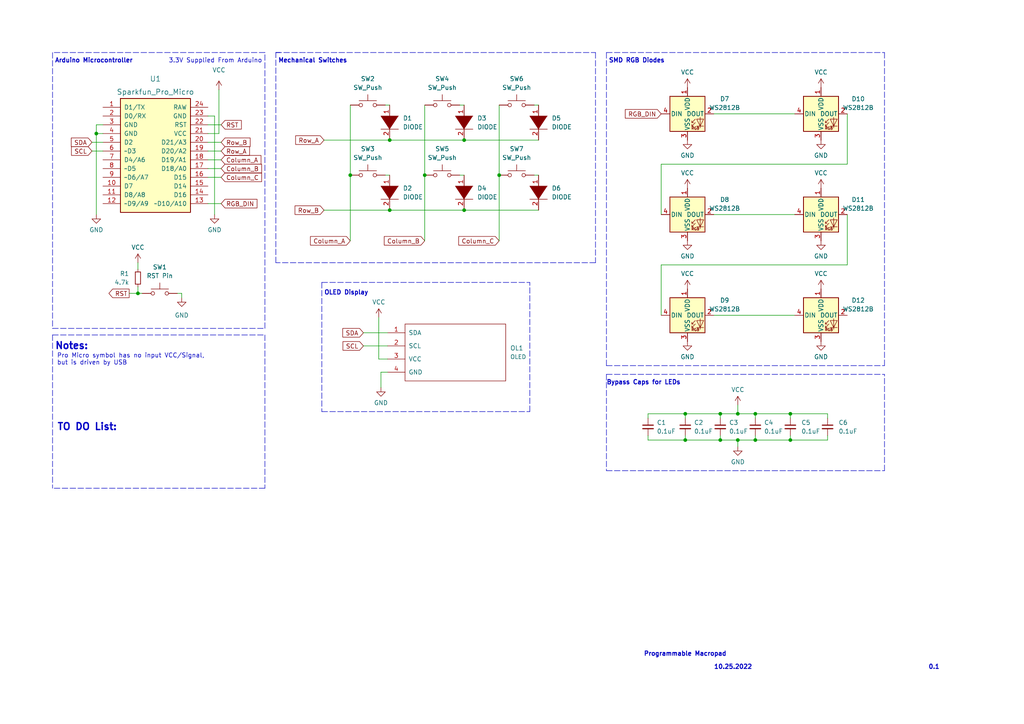
<source format=kicad_sch>
(kicad_sch (version 20211123) (generator eeschema)
  (paper "A4")
  (lib_symbols
    (symbol "Arduino:Sparkfun_Pro_Micro" (pin_names (offset 1.016))
      (property "Reference" "U" (at -8.89 21.59 0))
      (property "Value" "Sparkfun_Pro_Micro" (at 0 19.05 0))
      (symbol "Sparkfun_Pro_Micro_0_1"
        (rectangle (start -10.16 17.78) (end 10.16 -15.24) (stroke (width 0.254)) (fill (type background)))
      )
      (symbol "Sparkfun_Pro_Micro_1_1"
        (pin bidirectional line (at -15.24 15.24 0) (length 5.08) (name "D1/TX") (number "1"))
        (pin bidirectional line (at -15.24 -7.62 0) (length 5.08) (name "D7") (number "10"))
        (pin bidirectional line (at -15.24 -10.16 0) (length 5.08) (name "D8/A8") (number "11"))
        (pin bidirectional line (at -15.24 -12.7 0) (length 5.08) (name "~D9/A9") (number "12"))
        (pin bidirectional line (at 15.24 -12.7 180) (length 5.08) (name "~D10/A10") (number "13"))
        (pin bidirectional line (at 15.24 -10.16 180) (length 5.08) (name "D16") (number "14"))
        (pin bidirectional line (at 15.24 -7.62 180) (length 5.08) (name "D14") (number "15"))
        (pin bidirectional line (at 15.24 -5.08 180) (length 5.08) (name "D15") (number "16"))
        (pin bidirectional line (at 15.24 -2.54 180) (length 5.08) (name "D18/A0") (number "17"))
        (pin bidirectional line (at 15.24 0 180) (length 5.08) (name "D19/A1") (number "18"))
        (pin bidirectional line (at 15.24 2.54 180) (length 5.08) (name "D20/A2") (number "19"))
        (pin bidirectional line (at -15.24 12.7 0) (length 5.08) (name "D0/RX") (number "2"))
        (pin bidirectional line (at 15.24 5.08 180) (length 5.08) (name "D21/A3") (number "20"))
        (pin power_in line (at 15.24 7.62 180) (length 5.08) (name "VCC") (number "21"))
        (pin input line (at 15.24 10.16 180) (length 5.08) (name "RST") (number "22"))
        (pin power_in line (at 15.24 12.7 180) (length 5.08) (name "GND") (number "23"))
        (pin power_in line (at 15.24 15.24 180) (length 5.08) (name "RAW") (number "24"))
        (pin power_in line (at -15.24 10.16 0) (length 5.08) (name "GND") (number "3"))
        (pin power_in line (at -15.24 7.62 0) (length 5.08) (name "GND") (number "4"))
        (pin bidirectional line (at -15.24 5.08 0) (length 5.08) (name "D2") (number "5"))
        (pin bidirectional line (at -15.24 2.54 0) (length 5.08) (name "~D3") (number "6"))
        (pin bidirectional line (at -15.24 0 0) (length 5.08) (name "D4/A6") (number "7"))
        (pin bidirectional line (at -15.24 -2.54 0) (length 5.08) (name "~D5") (number "8"))
        (pin bidirectional line (at -15.24 -5.08 0) (length 5.08) (name "~D6/A7") (number "9"))
      )
    )
    (symbol "Device:C_Small" (pin_numbers hide) (pin_names (offset 0.254) hide)
      (property "Reference" "C" (at 0.254 1.778 0))
      (property "Value" "C_Small" (at 0.254 -2.032 0))
      (symbol "C_Small_0_1"
        (polyline (pts (xy -1.524 -0.508) (xy 1.524 -0.508)) (stroke (width 0.3302)))
        (polyline (pts (xy -1.524 0.508) (xy 1.524 0.508)) (stroke (width 0.3048)))
      )
      (symbol "C_Small_1_1"
        (pin passive line (at 0 2.54 270) (length 2.032) (name "~") (number "1"))
        (pin passive line (at 0 -2.54 90) (length 2.032) (name "~") (number "2"))
      )
    )
    (symbol "Device:R_Small" (pin_numbers hide) (pin_names (offset 0.254) hide)
      (property "Reference" "R" (at 0.762 0.508 0))
      (property "Value" "R_Small" (at 0.762 -1.016 0))
      (symbol "R_Small_0_1"
        (rectangle (start -0.762 1.778) (end 0.762 -1.778) (stroke (width 0.2032)))
      )
      (symbol "R_Small_1_1"
        (pin passive line (at 0 2.54 270) (length 0.762) (name "~") (number "1"))
        (pin passive line (at 0 -2.54 90) (length 0.762) (name "~") (number "2"))
      )
    )
    (symbol "LED:WS2812B" (pin_names (offset 0.254))
      (property "Reference" "D" (at 5.08 5.715 0))
      (property "Value" "WS2812B" (at 1.27 -5.715 0))
      (symbol "WS2812B_0_0"
        (text "RGB" (at 2.286 -4.191 0) (effects (font (size 0.762 0.762))))
      )
      (symbol "WS2812B_0_1"
        (polyline (pts (xy 1.27 -3.556) (xy 1.778 -3.556)))
        (polyline (pts (xy 1.27 -2.54) (xy 1.778 -2.54)))
        (polyline (pts (xy 4.699 -3.556) (xy 2.667 -3.556)))
        (polyline (pts (xy 2.286 -2.54) (xy 1.27 -3.556) (xy 1.27 -3.048)))
        (polyline (pts (xy 2.286 -1.524) (xy 1.27 -2.54) (xy 1.27 -2.032)))
        (polyline (pts (xy 3.683 -1.016) (xy 3.683 -3.556) (xy 3.683 -4.064)))
        (polyline (pts (xy 4.699 -1.524) (xy 2.667 -1.524) (xy 3.683 -3.556) (xy 4.699 -1.524)))
        (rectangle (start 5.08 5.08) (end -5.08 -5.08) (stroke (width 0.254)) (fill (type background)))
      )
      (symbol "WS2812B_1_1"
        (pin power_in line (at 0 7.62 270) (length 2.54) (name "VDD") (number "1"))
        (pin output line (at 7.62 0 180) (length 2.54) (name "DOUT") (number "2"))
        (pin power_in line (at 0 -7.62 90) (length 2.54) (name "VSS") (number "3"))
        (pin input line (at -7.62 0 0) (length 2.54) (name "DIN") (number "4"))
      )
    )
    (symbol "SSD1306 OLED:OLED" (pin_names (offset 1.016))
      (property "Reference" "OL" (at 0 2.54 0))
      (property "Value" "OLED" (at 0 -1.27 0))
      (symbol "OLED_0_1"
        (rectangle (start -13.97 8.89) (end 15.24 -7.62))
      )
      (symbol "OLED_1_1"
        (pin bidirectional line (at -19.05 6.35 0) (length 5.08) (name "SDA") (number "1"))
        (pin bidirectional line (at -19.05 2.54 0) (length 5.08) (name "SCL") (number "2"))
        (pin power_in line (at -19.05 -1.27 0) (length 5.08) (name "VCC") (number "3"))
        (pin power_in line (at -19.05 -5.08 0) (length 5.08) (name "GND") (number "4"))
      )
    )
    (symbol "Switch:SW_Push" (pin_numbers hide) (pin_names (offset 1.016) hide)
      (property "Reference" "SW" (at 1.27 2.54 0))
      (property "Value" "SW_Push" (at 0 -1.524 0))
      (symbol "SW_Push_0_1"
        (circle (center -2.032 0) (radius 0.508))
        (polyline (pts (xy 0 1.27) (xy 0 3.048)))
        (polyline (pts (xy 2.54 1.27) (xy -2.54 1.27)))
        (circle (center 2.032 0) (radius 0.508))
        (pin passive line (at -5.08 0 0) (length 2.54) (name "1") (number "1"))
        (pin passive line (at 5.08 0 180) (length 2.54) (name "2") (number "2"))
      )
    )
    (symbol "power:GND" (power) (pin_names (offset 0))
      (property "Value" "GND" (at 0 -3.81 0))
      (symbol "GND_0_1"
        (polyline (pts (xy 0 0) (xy 0 -1.27) (xy 1.27 -1.27) (xy 0 -2.54) (xy -1.27 -1.27) (xy 0 -1.27)))
      )
      (symbol "GND_1_1"
        (pin power_in line (at 0 0 270) (length 0) hide (name "GND") (number "1"))
      )
    )
    (symbol "power:VCC" (power) (pin_names (offset 0))
      (property "Value" "VCC" (at 0 3.81 0))
      (symbol "VCC_0_1"
        (polyline (pts (xy -0.762 1.27) (xy 0 2.54)))
        (polyline (pts (xy 0 0) (xy 0 2.54)))
        (polyline (pts (xy 0 2.54) (xy 0.762 1.27)))
      )
      (symbol "VCC_1_1"
        (pin power_in line (at 0 0 90) (length 0) hide (name "VCC") (number "1"))
      )
    )
    (symbol "pspice:DIODE" (pin_names (offset 1.016) hide)
      (property "Reference" "D" (at 0 3.81 0))
      (property "Value" "DIODE" (at 0 -4.445 0))
      (symbol "DIODE_0_1"
        (polyline (pts (xy 1.905 2.54) (xy 1.905 -2.54)))
        (polyline (pts (xy -1.905 2.54) (xy -1.905 -2.54) (xy 1.905 0)) (fill (type outline)))
      )
      (symbol "DIODE_1_1"
        (pin input line (at -5.08 0 0) (length 3.81) (name "K") (number "1"))
        (pin input line (at 5.08 0 180) (length 3.81) (name "A") (number "2"))
      )
    )
  )
  (junction (at 213.995 127.635))
  (junction (at 101.6 50.8))
  (junction (at 134.62 40.64))
  (junction (at 198.755 120.015))
  (junction (at 198.755 127.635))
  (junction (at 134.62 60.96))
  (junction (at 219.075 127.635))
  (junction (at 113.03 60.96))
  (junction (at 144.78 50.8))
  (junction (at 229.235 127.635))
  (junction (at 219.075 120.015))
  (junction (at 27.94 38.735))
  (junction (at 213.995 120.015))
  (junction (at 113.03 40.64))
  (junction (at 123.19 50.8))
  (junction (at 208.915 120.015))
  (junction (at 40.005 85.09))
  (junction (at 208.915 127.635))
  (junction (at 229.235 120.015))
  (wire (pts (xy 240.03 120.015) (xy 240.03 121.285)))
  (wire (pts (xy 133.35 50.8) (xy 134.62 50.8)))
  (polyline (pts (xy 76.835 97.155) (xy 76.835 141.605)))
  (wire (pts (xy 113.03 60.96) (xy 134.62 60.96)))
  (wire (pts (xy 60.325 33.655) (xy 62.23 33.655)))
  (wire (pts (xy 207.01 62.23) (xy 230.505 62.23)))
  (polyline (pts (xy 76.835 141.605) (xy 15.24 141.605)))
  (polyline (pts (xy 172.72 76.2) (xy 80.01 76.2)))
  (wire (pts (xy 229.235 127.635) (xy 240.03 127.635)))
  (wire (pts (xy 93.98 40.64) (xy 113.03 40.64)))
  (wire (pts (xy 101.6 50.8) (xy 101.6 69.85)))
  (wire (pts (xy 191.77 76.835) (xy 191.77 91.44)))
  (wire (pts (xy 111.76 50.8) (xy 113.03 50.8)))
  (wire (pts (xy 29.845 36.195) (xy 27.94 36.195)))
  (wire (pts (xy 213.995 127.635) (xy 219.075 127.635)))
  (wire (pts (xy 60.325 46.355) (xy 64.135 46.355)))
  (wire (pts (xy 219.075 120.015) (xy 229.235 120.015)))
  (wire (pts (xy 187.96 120.015) (xy 198.755 120.015)))
  (wire (pts (xy 60.325 48.895) (xy 64.135 48.895)))
  (polyline (pts (xy 256.54 136.525) (xy 256.54 108.585)))
  (wire (pts (xy 208.915 120.015) (xy 213.995 120.015)))
  (wire (pts (xy 105.41 96.52) (xy 112.395 96.52)))
  (wire (pts (xy 105.41 100.33) (xy 112.395 100.33)))
  (wire (pts (xy 245.745 76.835) (xy 191.77 76.835)))
  (wire (pts (xy 144.78 50.8) (xy 144.78 69.85)))
  (wire (pts (xy 198.755 120.015) (xy 198.755 121.285)))
  (polyline (pts (xy 172.72 15.24) (xy 172.72 76.2)))
  (wire (pts (xy 62.23 33.655) (xy 62.23 62.23)))
  (polyline (pts (xy 80.01 15.24) (xy 172.72 15.24)))
  (polyline (pts (xy 93.345 81.915) (xy 153.67 81.915)))
  (wire (pts (xy 63.5 26.035) (xy 63.5 38.735)))
  (wire (pts (xy 123.19 30.48) (xy 123.19 50.8)))
  (wire (pts (xy 40.005 76.2) (xy 40.005 78.105)))
  (wire (pts (xy 213.995 127.635) (xy 213.995 129.54)))
  (wire (pts (xy 187.96 126.365) (xy 187.96 127.635)))
  (wire (pts (xy 113.03 40.64) (xy 134.62 40.64)))
  (polyline (pts (xy 175.895 15.24) (xy 256.54 15.24)))
  (wire (pts (xy 123.19 50.8) (xy 123.19 69.85)))
  (wire (pts (xy 245.745 33.02) (xy 245.745 47.625)))
  (wire (pts (xy 27.94 38.735) (xy 27.94 62.23)))
  (wire (pts (xy 240.03 127.635) (xy 240.03 126.365)))
  (wire (pts (xy 51.435 85.09) (xy 52.705 85.09)))
  (wire (pts (xy 198.755 126.365) (xy 198.755 127.635)))
  (wire (pts (xy 60.325 41.275) (xy 64.135 41.275)))
  (polyline (pts (xy 15.24 15.24) (xy 15.24 95.25)))
  (wire (pts (xy 109.855 92.075) (xy 109.855 104.14)))
  (wire (pts (xy 134.62 40.64) (xy 156.21 40.64)))
  (polyline (pts (xy 175.895 136.525) (xy 256.54 136.525)))
  (wire (pts (xy 134.62 60.96) (xy 156.21 60.96)))
  (wire (pts (xy 187.96 121.285) (xy 187.96 120.015)))
  (wire (pts (xy 207.01 91.44) (xy 230.505 91.44)))
  (wire (pts (xy 245.745 62.23) (xy 245.745 76.835)))
  (wire (pts (xy 111.76 30.48) (xy 113.03 30.48)))
  (wire (pts (xy 101.6 30.48) (xy 101.6 50.8)))
  (wire (pts (xy 229.235 120.015) (xy 240.03 120.015)))
  (wire (pts (xy 219.075 127.635) (xy 229.235 127.635)))
  (polyline (pts (xy 175.895 108.585) (xy 175.895 136.525)))
  (wire (pts (xy 208.915 126.365) (xy 208.915 127.635)))
  (wire (pts (xy 191.77 47.625) (xy 191.77 62.23)))
  (wire (pts (xy 37.465 85.09) (xy 40.005 85.09)))
  (wire (pts (xy 112.395 107.95) (xy 110.49 107.95)))
  (wire (pts (xy 198.755 127.635) (xy 208.915 127.635)))
  (wire (pts (xy 60.325 38.735) (xy 63.5 38.735)))
  (wire (pts (xy 93.98 60.96) (xy 113.03 60.96)))
  (wire (pts (xy 144.78 30.48) (xy 144.78 50.8)))
  (polyline (pts (xy 153.67 119.38) (xy 153.67 81.915)))
  (polyline (pts (xy 93.345 119.38) (xy 153.67 119.38)))
  (wire (pts (xy 187.96 127.635) (xy 198.755 127.635)))
  (polyline (pts (xy 15.24 97.155) (xy 15.24 141.605)))
  (wire (pts (xy 213.995 117.475) (xy 213.995 120.015)))
  (wire (pts (xy 60.325 43.815) (xy 64.135 43.815)))
  (polyline (pts (xy 93.345 81.915) (xy 93.345 119.38)))
  (wire (pts (xy 26.67 41.275) (xy 29.845 41.275)))
  (wire (pts (xy 219.075 126.365) (xy 219.075 127.635)))
  (polyline (pts (xy 256.54 106.045) (xy 256.54 15.24)))
  (wire (pts (xy 208.915 120.015) (xy 208.915 121.285)))
  (wire (pts (xy 245.745 47.625) (xy 191.77 47.625)))
  (polyline (pts (xy 80.01 76.2) (xy 80.01 15.24)))
  (polyline (pts (xy 175.895 108.585) (xy 256.54 108.585)))
  (wire (pts (xy 198.755 120.015) (xy 208.915 120.015)))
  (polyline (pts (xy 15.24 97.155) (xy 76.835 97.155)))
  (wire (pts (xy 219.075 120.015) (xy 219.075 121.285)))
  (wire (pts (xy 64.135 59.055) (xy 60.325 59.055)))
  (wire (pts (xy 154.94 50.8) (xy 156.21 50.8)))
  (wire (pts (xy 40.005 85.09) (xy 41.275 85.09)))
  (polyline (pts (xy 175.895 106.045) (xy 256.54 106.045)))
  (wire (pts (xy 154.94 30.48) (xy 156.21 30.48)))
  (wire (pts (xy 213.995 120.015) (xy 219.075 120.015)))
  (wire (pts (xy 60.325 36.195) (xy 64.135 36.195)))
  (wire (pts (xy 208.915 127.635) (xy 213.995 127.635)))
  (wire (pts (xy 27.94 38.735) (xy 29.845 38.735)))
  (wire (pts (xy 207.01 33.02) (xy 230.505 33.02)))
  (wire (pts (xy 40.005 83.185) (xy 40.005 85.09)))
  (wire (pts (xy 60.325 51.435) (xy 64.135 51.435)))
  (wire (pts (xy 229.235 126.365) (xy 229.235 127.635)))
  (wire (pts (xy 26.67 43.815) (xy 29.845 43.815)))
  (wire (pts (xy 133.35 30.48) (xy 134.62 30.48)))
  (polyline (pts (xy 76.835 95.25) (xy 76.835 15.24)))
  (polyline (pts (xy 175.895 15.24) (xy 175.895 106.045)))
  (wire (pts (xy 110.49 107.95) (xy 110.49 112.395)))
  (wire (pts (xy 27.94 36.195) (xy 27.94 38.735)))
  (polyline (pts (xy 80.01 15.24) (xy 81.28 15.24)))
  (wire (pts (xy 52.705 85.09) (xy 52.705 86.36)))
  (wire (pts (xy 229.235 120.015) (xy 229.235 121.285)))
  (polyline (pts (xy 76.835 15.24) (xy 15.24 15.24)))
  (wire (pts (xy 112.395 104.14) (xy 109.855 104.14)))
  (polyline (pts (xy 15.24 95.25) (xy 76.835 95.25)))
  (text "0.1\n" (at 269.24 194.31 0) (effects (font (size 1.27 1.27) bold) (justify left bottom)))
  (text "Mechanical Switches\n" (at 80.645 18.415 0) (effects (font (size 1.27 1.27) bold) (justify left bottom)))
  (text "OLED Display\n" (at 93.98 85.725 0) (effects (font (size 1.27 1.27) (thickness 0.254) bold) (justify left bottom)))
  (text "3.3V Supplied From Arduino" (at 48.895 18.415 0) (effects (font (size 1.27 1.27)) (justify left bottom)))
  (text "10.25.2022\n" (at 207.01 194.31 0) (effects (font (size 1.27 1.27) bold) (justify left bottom)))
  (text "Arduino Microcontroller\n" (at 15.875 18.415 0) (effects (font (size 1.27 1.27) bold) (justify left bottom)))
  (text "Bypass Caps for LEDs" (at 175.895 111.76 0) (effects (font (size 1.27 1.27) (thickness 0.254) bold) (justify left bottom)))
  (text "Notes:" (at 15.875 101.6 0) (effects (font (size 2 2) bold) (justify left bottom)))
  (text "TO DO List:\n" (at 16.51 125.095 0) (effects (font (size 2 2) bold) (justify left bottom)))
  (text "Programmable Macropad\n" (at 186.69 190.5 0) (effects (font (size 1.27 1.27) bold) (justify left bottom)))
  (text "Pro Micro symbol has no input VCC/Signal, \nbut is driven by USB\n" (at 16.51 106.045 0) (effects (font (size 1.27 1.27)) (justify left bottom)))
  (text "SMD RGB Diodes\n" (at 176.53 18.415 0) (effects (font (size 1.27 1.27) bold) (justify left bottom)))
  (global_label "RGB_DIN" (shape input) (at 64.135 59.055 0) (property "Intersheet References" "${INTERSHEET_REFS}" (effects hide)))
  (global_label "Column_C" (shape input) (at 64.135 51.435 0) (property "Intersheet References" "${INTERSHEET_REFS}" (effects hide)))
  (global_label "Column_B" (shape input) (at 64.135 48.895 0) (property "Intersheet References" "${INTERSHEET_REFS}" (effects hide)))
  (global_label "RGB_DIN" (shape input) (at 191.77 33.02 180) (property "Intersheet References" "${INTERSHEET_REFS}" (effects hide)))
  (global_label "Column_A" (shape input) (at 101.6 69.85 180) (property "Intersheet References" "${INTERSHEET_REFS}" (effects hide)))
  (global_label "SDA" (shape input) (at 105.41 96.52 180) (property "Intersheet References" "${INTERSHEET_REFS}" (effects hide)))
  (global_label "SCL" (shape input) (at 26.67 43.815 180) (property "Intersheet References" "${INTERSHEET_REFS}" (effects hide)))
  (global_label "SDA" (shape input) (at 26.67 41.275 180) (property "Intersheet References" "${INTERSHEET_REFS}" (effects hide)))
  (global_label "Column_C" (shape input) (at 144.78 69.85 180) (property "Intersheet References" "${INTERSHEET_REFS}" (effects hide)))
  (global_label "Row_A" (shape input) (at 93.98 40.64 180) (property "Intersheet References" "${INTERSHEET_REFS}" (effects hide)))
  (global_label "Row_A" (shape input) (at 64.135 43.815 0) (property "Intersheet References" "${INTERSHEET_REFS}" (effects hide)))
  (global_label "SCL" (shape input) (at 105.41 100.33 180) (property "Intersheet References" "${INTERSHEET_REFS}" (effects hide)))
  (global_label "Row_B" (shape input) (at 64.135 41.275 0) (property "Intersheet References" "${INTERSHEET_REFS}" (effects hide)))
  (global_label "Column_B" (shape input) (at 123.19 69.85 180) (property "Intersheet References" "${INTERSHEET_REFS}" (effects hide)))
  (global_label "RST" (shape input) (at 64.135 36.195 0) (property "Intersheet References" "${INTERSHEET_REFS}" (effects hide)))
  (global_label "Row_B" (shape input) (at 93.98 60.96 180) (property "Intersheet References" "${INTERSHEET_REFS}" (effects hide)))
  (global_label "RST" (shape output) (at 37.465 85.09 180) (property "Intersheet References" "${INTERSHEET_REFS}" (effects hide)))
  (global_label "Column_A" (shape input) (at 64.135 46.355 0) (property "Intersheet References" "${INTERSHEET_REFS}" (effects hide)))
  (symbol (lib_id "pspice:DIODE") (at 134.62 35.56 270) (unit 1)
    (property "Reference" "D3" (at 138.43 34.2899 90) (effects (justify left)))
    (property "Value" "DIODE" (at 138.43 36.8299 90) (effects (justify left)))
    (property "Footprint" "Diode_SMD:D_SOD-123" (effects hide))
  )
  (symbol (lib_id "power:VCC") (at 109.855 92.075 0) (unit 1)
    (property "Reference" "#PWR06" (effects hide))
    (property "Value" "VCC" (at 109.855 87.63 0))
  )
  (symbol (lib_id "pspice:DIODE") (at 113.03 55.88 270) (unit 1)
    (property "Reference" "D2" (at 116.84 54.6099 90) (effects (justify left)))
    (property "Value" "DIODE" (at 116.84 57.1499 90) (effects (justify left)))
    (property "Footprint" "Diode_SMD:D_SOD-123" (effects hide))
  )
  (symbol (lib_id "power:VCC") (at 199.39 25.4 0) (unit 1)
    (property "Reference" "#PWR08" (effects hide))
    (property "Value" "VCC" (at 199.39 20.955 0))
  )
  (symbol (lib_id "LED:WS2812B") (at 199.39 91.44 0) (unit 1)
    (property "Reference" "D9" (at 210.185 87.1093 0))
    (property "Value" "WS2812B" (at 210.185 89.6493 0))
    (property "Footprint" "LED_SMD:LED_WS2812B_PLCC4_5.0x5.0mm_P3.2mm" (effects hide))
    (property "Datasheet" "https://cdn-shop.adafruit.com/datasheets/WS2812B.pdf" (effects hide))
  )
  (symbol (lib_id "power:GND") (at 213.995 129.54 0) (unit 1)
    (property "Reference" "#PWR015" (effects hide))
    (property "Value" "GND" (at 213.995 133.985 0))
  )
  (symbol (lib_id "Device:R_Small") (at 40.005 80.645 0) (mirror x) (unit 1)
    (property "Reference" "R1" (at 37.465 79.3749 0) (effects (justify right)))
    (property "Value" "4.7k" (at 37.465 81.9149 0) (effects (justify right)))
    (property "Footprint" "Resistor_SMD:R_0201_0603Metric" (effects hide))
  )
  (symbol (lib_id "pspice:DIODE") (at 156.21 35.56 270) (unit 1)
    (property "Reference" "D5" (at 160.02 34.2899 90) (effects (justify left)))
    (property "Value" "DIODE" (at 160.02 36.8299 90) (effects (justify left)))
    (property "Footprint" "Diode_SMD:D_SOD-123" (effects hide))
  )
  (symbol (lib_id "SSD1306 OLED:OLED") (at 131.445 102.87 0) (unit 1)
    (property "Reference" "OL1" (at 147.955 100.965 0) (effects (font (size 1.2954 1.2954)) (justify left)))
    (property "Value" "OLED" (at 147.955 103.505 0) (effects (font (size 1.1938 1.1938)) (justify left)))
    (property "Footprint" "KBD Keyboard stuff:OLED_v2" (effects hide))
  )
  (symbol (lib_id "power:GND") (at 199.39 69.85 0) (unit 1)
    (property "Reference" "#PWR011" (effects hide))
    (property "Value" "GND" (at 199.39 74.295 0))
  )
  (symbol (lib_id "pspice:DIODE") (at 134.62 55.88 270) (unit 1)
    (property "Reference" "D4" (at 138.43 54.6099 90) (effects (justify left)))
    (property "Value" "DIODE" (at 138.43 57.1499 90) (effects (justify left)))
    (property "Footprint" "Diode_SMD:D_SOD-123" (effects hide))
  )
  (symbol (lib_id "power:GND") (at 238.125 40.64 0) (unit 1)
    (property "Reference" "#PWR017" (effects hide))
    (property "Value" "GND" (at 238.125 45.085 0))
  )
  (symbol (lib_id "power:VCC") (at 238.125 25.4 0) (unit 1)
    (property "Reference" "#PWR016" (effects hide))
    (property "Value" "VCC" (at 238.125 20.955 0))
  )
  (symbol (lib_id "LED:WS2812B") (at 238.125 62.23 0) (unit 1)
    (property "Reference" "D11" (at 248.92 57.8993 0))
    (property "Value" "WS2812B" (at 248.92 60.4393 0))
    (property "Footprint" "LED_SMD:LED_WS2812B_PLCC4_5.0x5.0mm_P3.2mm" (effects hide))
    (property "Datasheet" "https://cdn-shop.adafruit.com/datasheets/WS2812B.pdf" (effects hide))
  )
  (symbol (lib_id "LED:WS2812B") (at 199.39 62.23 0) (unit 1)
    (property "Reference" "D8" (at 210.185 57.8993 0))
    (property "Value" "WS2812B" (at 210.185 60.4393 0))
    (property "Footprint" "LED_SMD:LED_WS2812B_PLCC4_5.0x5.0mm_P3.2mm" (effects hide))
    (property "Datasheet" "https://cdn-shop.adafruit.com/datasheets/WS2812B.pdf" (effects hide))
  )
  (symbol (lib_id "Switch:SW_Push") (at 46.355 85.09 0) (unit 1)
    (property "Reference" "SW1" (at 46.355 77.47 0))
    (property "Value" "RST Pin" (at 46.355 80.01 0))
    (property "Footprint" "Button_Switch_SMD:SW_Push_1P1T_NO_6x6mm_H9.5mm" (effects hide))
  )
  (symbol (lib_id "power:GND") (at 62.23 62.23 0) (unit 1)
    (property "Reference" "#PWR04" (effects hide))
    (property "Value" "GND" (at 62.23 66.675 0))
  )
  (symbol (lib_id "Switch:SW_Push") (at 106.68 50.8 0) (unit 1)
    (property "Reference" "SW3" (at 106.68 43.18 0))
    (property "Value" "SW_Push" (at 106.68 45.72 0))
    (property "Footprint" "Mechanical switches:MXOnly-1U-NoLED" (effects hide))
  )
  (symbol (lib_id "power:VCC") (at 63.5 26.035 0) (unit 1)
    (property "Reference" "#PWR05" (effects hide))
    (property "Value" "VCC" (at 63.5 20.32 0))
  )
  (symbol (lib_id "pspice:DIODE") (at 156.21 55.88 270) (unit 1)
    (property "Reference" "D6" (at 160.02 54.6099 90) (effects (justify left)))
    (property "Value" "DIODE" (at 160.02 57.1499 90) (effects (justify left)))
    (property "Footprint" "Diode_SMD:D_SOD-123" (effects hide))
  )
  (symbol (lib_id "Device:C_Small") (at 240.03 123.825 0) (unit 1)
    (property "Reference" "C6" (at 243.205 122.5612 0) (effects (justify left)))
    (property "Value" "0.1uF" (at 243.205 125.1012 0) (effects (justify left)))
    (property "Footprint" "Capacitor_SMD:C_0805_2012Metric" (effects hide))
  )
  (symbol (lib_id "LED:WS2812B") (at 199.39 33.02 0) (unit 1)
    (property "Reference" "D7" (at 210.185 28.6893 0))
    (property "Value" "WS2812B" (at 210.185 31.2293 0))
    (property "Footprint" "LED_SMD:LED_WS2812B_PLCC4_5.0x5.0mm_P3.2mm" (effects hide))
    (property "Datasheet" "https://cdn-shop.adafruit.com/datasheets/WS2812B.pdf" (effects hide))
  )
  (symbol (lib_id "power:GND") (at 52.705 86.36 0) (unit 1)
    (property "Reference" "#PWR03" (effects hide))
    (property "Value" "GND" (at 52.705 91.44 0))
  )
  (symbol (lib_id "Arduino:Sparkfun_Pro_Micro") (at 45.085 46.355 0) (unit 1)
    (property "Reference" "U1" (at 45.085 22.86 0) (effects (font (size 1.524 1.524))))
    (property "Value" "Sparkfun_Pro_Micro" (at 45.085 26.67 0) (effects (font (size 1.524 1.524))))
    (property "Footprint" "KBD Keyboard stuff:ProMicro_v3" (effects hide))
    (property "Datasheet" "https://www.sparkfun.com/products/12640" (effects hide))
  )
  (symbol (lib_id "LED:WS2812B") (at 238.125 33.02 0) (unit 1)
    (property "Reference" "D10" (at 248.92 28.6893 0))
    (property "Value" "WS2812B" (at 248.92 31.2293 0))
    (property "Footprint" "LED_SMD:LED_WS2812B_PLCC4_5.0x5.0mm_P3.2mm" (effects hide))
    (property "Datasheet" "https://cdn-shop.adafruit.com/datasheets/WS2812B.pdf" (effects hide))
  )
  (symbol (lib_id "Switch:SW_Push") (at 128.27 50.8 0) (unit 1)
    (property "Reference" "SW5" (at 128.27 43.18 0))
    (property "Value" "SW_Push" (at 128.27 45.72 0))
    (property "Footprint" "Mechanical switches:MXOnly-1U-NoLED" (effects hide))
  )
  (symbol (lib_id "power:GND") (at 110.49 112.395 0) (unit 1)
    (property "Reference" "#PWR07" (effects hide))
    (property "Value" "GND" (at 110.49 116.84 0))
  )
  (symbol (lib_id "power:GND") (at 238.125 69.85 0) (unit 1)
    (property "Reference" "#PWR019" (effects hide))
    (property "Value" "GND" (at 238.125 74.295 0))
  )
  (symbol (lib_id "power:GND") (at 199.39 40.64 0) (unit 1)
    (property "Reference" "#PWR09" (effects hide))
    (property "Value" "GND" (at 199.39 45.085 0))
  )
  (symbol (lib_id "Device:C_Small") (at 219.075 123.825 0) (unit 1)
    (property "Reference" "C4" (at 221.615 122.5612 0) (effects (justify left)))
    (property "Value" "0.1uF" (at 221.615 125.1012 0) (effects (justify left)))
    (property "Footprint" "Capacitor_SMD:C_0805_2012Metric" (effects hide))
  )
  (symbol (lib_id "power:VCC") (at 213.995 117.475 0) (unit 1)
    (property "Reference" "#PWR014" (effects hide))
    (property "Value" "VCC" (at 213.995 113.03 0))
  )
  (symbol (lib_id "power:VCC") (at 238.125 54.61 0) (unit 1)
    (property "Reference" "#PWR018" (effects hide))
    (property "Value" "VCC" (at 238.125 50.165 0))
  )
  (symbol (lib_id "Switch:SW_Push") (at 128.27 30.48 0) (unit 1)
    (property "Reference" "SW4" (at 128.27 22.86 0))
    (property "Value" "SW_Push" (at 128.27 25.4 0))
    (property "Footprint" "Mechanical switches:MXOnly-1U-NoLED" (effects hide))
  )
  (symbol (lib_id "Switch:SW_Push") (at 149.86 30.48 0) (unit 1)
    (property "Reference" "SW6" (at 149.86 22.86 0))
    (property "Value" "SW_Push" (at 149.86 25.4 0))
    (property "Footprint" "Mechanical switches:MXOnly-1U-NoLED" (effects hide))
  )
  (symbol (lib_id "Switch:SW_Push") (at 106.68 30.48 0) (unit 1)
    (property "Reference" "SW2" (at 106.68 22.86 0))
    (property "Value" "SW_Push" (at 106.68 25.4 0))
    (property "Footprint" "Mechanical switches:MXOnly-1U-NoLED" (effects hide))
  )
  (symbol (lib_id "Device:C_Small") (at 229.235 123.825 0) (unit 1)
    (property "Reference" "C5" (at 232.41 122.5612 0) (effects (justify left)))
    (property "Value" "0.1uF" (at 232.41 125.1012 0) (effects (justify left)))
    (property "Footprint" "Capacitor_SMD:C_0805_2012Metric" (effects hide))
  )
  (symbol (lib_id "power:GND") (at 238.125 99.06 0) (unit 1)
    (property "Reference" "#PWR021" (effects hide))
    (property "Value" "GND" (at 238.125 103.505 0))
  )
  (symbol (lib_id "power:VCC") (at 199.39 83.82 0) (unit 1)
    (property "Reference" "#PWR012" (effects hide))
    (property "Value" "VCC" (at 199.39 79.375 0))
  )
  (symbol (lib_id "LED:WS2812B") (at 238.125 91.44 0) (unit 1)
    (property "Reference" "D12" (at 248.92 87.1093 0))
    (property "Value" "WS2812B" (at 248.92 89.6493 0))
    (property "Footprint" "LED_SMD:LED_WS2812B_PLCC4_5.0x5.0mm_P3.2mm" (effects hide))
    (property "Datasheet" "https://cdn-shop.adafruit.com/datasheets/WS2812B.pdf" (effects hide))
  )
  (symbol (lib_id "power:VCC") (at 199.39 54.61 0) (unit 1)
    (property "Reference" "#PWR010" (effects hide))
    (property "Value" "VCC" (at 199.39 50.165 0))
  )
  (symbol (lib_id "power:GND") (at 27.94 62.23 0) (unit 1)
    (property "Reference" "#PWR01" (effects hide))
    (property "Value" "GND" (at 27.94 66.675 0))
  )
  (symbol (lib_id "Device:C_Small") (at 198.755 123.825 0) (unit 1)
    (property "Reference" "C2" (at 201.295 122.5612 0) (effects (justify left)))
    (property "Value" "0.1uF" (at 201.295 125.1012 0) (effects (justify left)))
    (property "Footprint" "Capacitor_SMD:C_0805_2012Metric" (effects hide))
  )
  (symbol (lib_id "Switch:SW_Push") (at 149.86 50.8 0) (unit 1)
    (property "Reference" "SW7" (at 149.86 43.18 0))
    (property "Value" "SW_Push" (at 149.86 45.72 0))
    (property "Footprint" "Mechanical switches:MXOnly-1U-NoLED" (effects hide))
  )
  (symbol (lib_id "power:VCC") (at 238.125 83.82 0) (unit 1)
    (property "Reference" "#PWR020" (effects hide))
    (property "Value" "VCC" (at 238.125 79.375 0))
  )
  (symbol (lib_id "pspice:DIODE") (at 113.03 35.56 270) (unit 1)
    (property "Reference" "D1" (at 116.84 34.2899 90) (effects (justify left)))
    (property "Value" "DIODE" (at 116.84 36.8299 90) (effects (justify left)))
    (property "Footprint" "Diode_SMD:D_SOD-123" (effects hide))
  )
  (symbol (lib_id "Device:C_Small") (at 208.915 123.825 0) (unit 1)
    (property "Reference" "C3" (at 211.455 122.5612 0) (effects (justify left)))
    (property "Value" "0.1uF" (at 211.455 125.1012 0) (effects (justify left)))
    (property "Footprint" "Capacitor_SMD:C_0805_2012Metric" (effects hide))
  )
  (symbol (lib_id "power:GND") (at 199.39 99.06 0) (unit 1)
    (property "Reference" "#PWR013" (effects hide))
    (property "Value" "GND" (at 199.39 103.505 0))
  )
  (symbol (lib_id "power:VCC") (at 40.005 76.2 0) (unit 1)
    (property "Reference" "#PWR02" (effects hide))
    (property "Value" "VCC" (at 40.005 71.755 0))
  )
  (symbol (lib_id "Device:C_Small") (at 187.96 123.825 0) (unit 1)
    (property "Reference" "C1" (at 190.5 122.5612 0) (effects (justify left)))
    (property "Value" "0.1uF" (at 190.5 125.1012 0) (effects (justify left)))
    (property "Footprint" "Capacitor_SMD:C_0805_2012Metric" (effects hide))
  )
)
</source>
